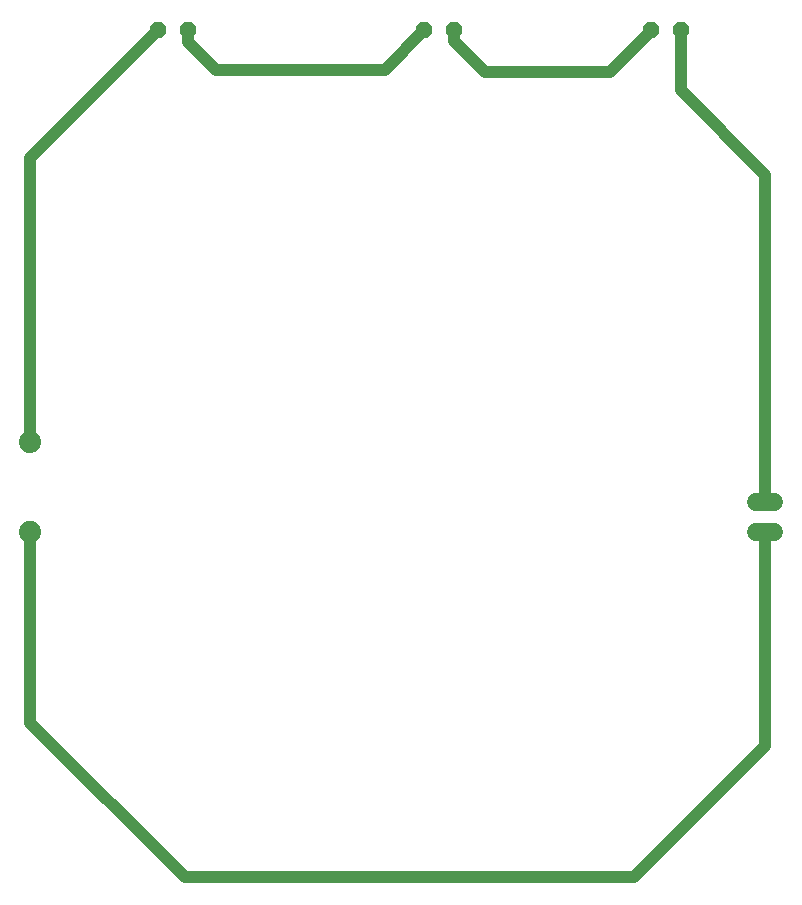
<source format=gbr>
G04 EAGLE Gerber RS-274X export*
G75*
%MOMM*%
%FSLAX34Y34*%
%LPD*%
%INTop Copper*%
%IPPOS*%
%AMOC8*
5,1,8,0,0,1.08239X$1,22.5*%
G01*
%ADD10C,1.524000*%
%ADD11P,1.429621X8X22.500000*%
%ADD12C,1.879600*%
%ADD13C,1.016000*%


D10*
X703580Y1092200D02*
X718820Y1092200D01*
X718820Y1066800D02*
X703580Y1066800D01*
D11*
X197100Y1491400D03*
X222500Y1491400D03*
X422400Y1491400D03*
X447800Y1491400D03*
X614300Y1491400D03*
X639700Y1491400D03*
D12*
X88900Y1143000D03*
X88900Y1066800D03*
D13*
X711200Y1066800D02*
X711200Y885200D01*
X600000Y774000D01*
X220000Y774000D01*
X88900Y905100D01*
X88900Y1066800D01*
X639700Y1440300D02*
X639700Y1491400D01*
X711200Y1368800D02*
X711200Y1092200D01*
X711200Y1368800D02*
X639700Y1440300D01*
X88900Y1383200D02*
X88900Y1143000D01*
X88900Y1383200D02*
X197100Y1491400D01*
X222500Y1491400D02*
X222500Y1481500D01*
X246000Y1458000D01*
X389000Y1458000D01*
X422400Y1491400D01*
X614300Y1491400D02*
X614300Y1490300D01*
X580000Y1456000D02*
X474000Y1456000D01*
X580000Y1456000D02*
X614300Y1490300D01*
X447800Y1491400D02*
X447800Y1482200D01*
X474000Y1456000D01*
M02*

</source>
